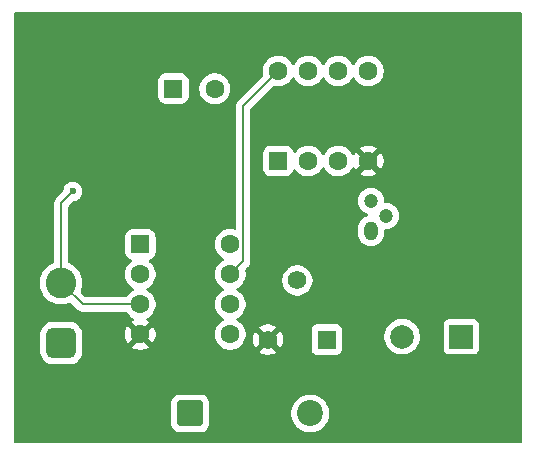
<source format=gbr>
%TF.GenerationSoftware,KiCad,Pcbnew,9.0.6*%
%TF.CreationDate,2025-12-28T16:01:46+05:30*%
%TF.ProjectId,Temp,54656d70-2e6b-4696-9361-645f70636258,rev?*%
%TF.SameCoordinates,Original*%
%TF.FileFunction,Copper,L2,Bot*%
%TF.FilePolarity,Positive*%
%FSLAX46Y46*%
G04 Gerber Fmt 4.6, Leading zero omitted, Abs format (unit mm)*
G04 Created by KiCad (PCBNEW 9.0.6) date 2025-12-28 16:01:46*
%MOMM*%
%LPD*%
G01*
G04 APERTURE LIST*
G04 Aperture macros list*
%AMRoundRect*
0 Rectangle with rounded corners*
0 $1 Rounding radius*
0 $2 $3 $4 $5 $6 $7 $8 $9 X,Y pos of 4 corners*
0 Add a 4 corners polygon primitive as box body*
4,1,4,$2,$3,$4,$5,$6,$7,$8,$9,$2,$3,0*
0 Add four circle primitives for the rounded corners*
1,1,$1+$1,$2,$3*
1,1,$1+$1,$4,$5*
1,1,$1+$1,$6,$7*
1,1,$1+$1,$8,$9*
0 Add four rect primitives between the rounded corners*
20,1,$1+$1,$2,$3,$4,$5,0*
20,1,$1+$1,$4,$5,$6,$7,0*
20,1,$1+$1,$6,$7,$8,$9,0*
20,1,$1+$1,$8,$9,$2,$3,0*%
G04 Aperture macros list end*
%TA.AperFunction,ComponentPad*%
%ADD10RoundRect,0.650000X0.650000X-0.650000X0.650000X0.650000X-0.650000X0.650000X-0.650000X-0.650000X0*%
%TD*%
%TA.AperFunction,ComponentPad*%
%ADD11C,2.600000*%
%TD*%
%TA.AperFunction,ComponentPad*%
%ADD12RoundRect,0.249999X-0.850001X-0.850001X0.850001X-0.850001X0.850001X0.850001X-0.850001X0.850001X0*%
%TD*%
%TA.AperFunction,ComponentPad*%
%ADD13C,2.200000*%
%TD*%
%TA.AperFunction,ComponentPad*%
%ADD14RoundRect,0.250000X-0.550000X-0.550000X0.550000X-0.550000X0.550000X0.550000X-0.550000X0.550000X0*%
%TD*%
%TA.AperFunction,ComponentPad*%
%ADD15C,1.600000*%
%TD*%
%TA.AperFunction,ComponentPad*%
%ADD16R,2.000000X2.000000*%
%TD*%
%TA.AperFunction,ComponentPad*%
%ADD17C,2.000000*%
%TD*%
%TA.AperFunction,ComponentPad*%
%ADD18R,1.560000X1.560000*%
%TD*%
%TA.AperFunction,ComponentPad*%
%ADD19C,1.560000*%
%TD*%
%TA.AperFunction,ComponentPad*%
%ADD20RoundRect,0.250000X0.550000X-0.550000X0.550000X0.550000X-0.550000X0.550000X-0.550000X-0.550000X0*%
%TD*%
%TA.AperFunction,ComponentPad*%
%ADD21O,1.200000X1.600000*%
%TD*%
%TA.AperFunction,ComponentPad*%
%ADD22C,1.200000*%
%TD*%
%TA.AperFunction,ViaPad*%
%ADD23C,0.600000*%
%TD*%
%TA.AperFunction,Conductor*%
%ADD24C,0.200000*%
%TD*%
G04 APERTURE END LIST*
D10*
%TO.P,TH1,1*%
%TO.N,Vcc*%
X109000000Y-80040000D03*
D11*
%TO.P,TH1,2*%
%TO.N,Temp_V*%
X109000000Y-74960000D03*
%TD*%
D12*
%TO.P,D1,1,K*%
%TO.N,Net-(D1-K)*%
X119920000Y-86000000D03*
D13*
%TO.P,D1,2,A*%
%TO.N,Net-(BZ1--)*%
X130080000Y-86000000D03*
%TD*%
D14*
%TO.P,U1,1,NULL*%
%TO.N,unconnected-(U1-NULL-Pad1)*%
X115695000Y-71690000D03*
D15*
%TO.P,U1,2,-*%
%TO.N,Net-(U1--)*%
X115695000Y-74230000D03*
%TO.P,U1,3,+*%
%TO.N,Temp_V*%
X115695000Y-76770000D03*
%TO.P,U1,4,V-*%
%TO.N,Gnd*%
X115695000Y-79310000D03*
%TO.P,U1,5,NULL*%
%TO.N,unconnected-(U1-NULL-Pad5)*%
X123315000Y-79310000D03*
%TO.P,U1,6*%
%TO.N,Vout*%
X123315000Y-76770000D03*
%TO.P,U1,7,V+*%
%TO.N,Vcc*%
X123315000Y-74230000D03*
%TO.P,U1,8,NC*%
%TO.N,unconnected-(U1-NC-Pad8)*%
X123315000Y-71690000D03*
%TD*%
D14*
%TO.P,C1,1*%
%TO.N,Net-(U1--)*%
X118500000Y-58500000D03*
D15*
%TO.P,C1,2*%
%TO.N,Vout*%
X122000000Y-58500000D03*
%TD*%
D16*
%TO.P,BZ1,1,+*%
%TO.N,Vcc*%
X142870785Y-79500000D03*
D17*
%TO.P,BZ1,2,-*%
%TO.N,Net-(BZ1--)*%
X137870785Y-79500000D03*
%TD*%
D18*
%TO.P,RV1,1,1*%
%TO.N,Vcc*%
X131500000Y-79740000D03*
D19*
%TO.P,RV1,2,2*%
%TO.N,Net-(U2A--)*%
X129000000Y-74740000D03*
%TO.P,RV1,3,3*%
%TO.N,Gnd*%
X126500000Y-79740000D03*
%TD*%
D20*
%TO.P,U2,1*%
%TO.N,Comp_out*%
X127380000Y-64620000D03*
D15*
%TO.P,U2,2,-*%
%TO.N,Net-(U2A--)*%
X129920000Y-64620000D03*
%TO.P,U2,3,+*%
%TO.N,Vout*%
X132460000Y-64620000D03*
%TO.P,U2,4,V-*%
%TO.N,Gnd*%
X135000000Y-64620000D03*
%TO.P,U2,5*%
%TO.N,N/C*%
X135000000Y-57000000D03*
%TO.P,U2,6*%
X132460000Y-57000000D03*
%TO.P,U2,7*%
X129920000Y-57000000D03*
%TO.P,U2,8,V+*%
%TO.N,Vcc*%
X127380000Y-57000000D03*
%TD*%
D21*
%TO.P,Q1,1,C*%
%TO.N,Net-(D1-K)*%
X135221961Y-70548039D03*
D22*
%TO.P,Q1,2,B*%
%TO.N,Net-(Q1-B)*%
X136491961Y-69278039D03*
%TO.P,Q1,3,E*%
%TO.N,Net-(Q1-E)*%
X135221961Y-68008039D03*
%TD*%
D23*
%TO.N,Temp_V*%
X109979000Y-67206527D03*
%TD*%
D24*
%TO.N,Vcc*%
X124416000Y-59964000D02*
X124416000Y-73129000D01*
X124416000Y-73129000D02*
X123315000Y-74230000D01*
X127380000Y-57000000D02*
X124416000Y-59964000D01*
%TO.N,Temp_V*%
X115695000Y-76770000D02*
X110810000Y-76770000D01*
X109000000Y-68185527D02*
X109000000Y-74960000D01*
X110810000Y-76770000D02*
X109000000Y-74960000D01*
X109979000Y-67206527D02*
X109000000Y-68185527D01*
%TD*%
%TA.AperFunction,Conductor*%
%TO.N,Gnd*%
G36*
X147942539Y-52020185D02*
G01*
X147988294Y-52072989D01*
X147999500Y-52124500D01*
X147999500Y-88375500D01*
X147979815Y-88442539D01*
X147927011Y-88488294D01*
X147875500Y-88499500D01*
X105124500Y-88499500D01*
X105057461Y-88479815D01*
X105011706Y-88427011D01*
X105000500Y-88375500D01*
X105000500Y-85099982D01*
X118319500Y-85099982D01*
X118319500Y-86900017D01*
X118330000Y-87002796D01*
X118385185Y-87169332D01*
X118385186Y-87169335D01*
X118477288Y-87318656D01*
X118601344Y-87442712D01*
X118750665Y-87534814D01*
X118917202Y-87589999D01*
X119019990Y-87600500D01*
X119019995Y-87600500D01*
X120820005Y-87600500D01*
X120820010Y-87600500D01*
X120922798Y-87589999D01*
X121089335Y-87534814D01*
X121238656Y-87442712D01*
X121362712Y-87318656D01*
X121454814Y-87169335D01*
X121509999Y-87002798D01*
X121520500Y-86900010D01*
X121520500Y-85874038D01*
X128479500Y-85874038D01*
X128479500Y-86125961D01*
X128518910Y-86374785D01*
X128596760Y-86614383D01*
X128711132Y-86838848D01*
X128859201Y-87042649D01*
X128859205Y-87042654D01*
X129037345Y-87220794D01*
X129037350Y-87220798D01*
X129215117Y-87349952D01*
X129241155Y-87368870D01*
X129384184Y-87441747D01*
X129465616Y-87483239D01*
X129465618Y-87483239D01*
X129465621Y-87483241D01*
X129705215Y-87561090D01*
X129954038Y-87600500D01*
X129954039Y-87600500D01*
X130205961Y-87600500D01*
X130205962Y-87600500D01*
X130454785Y-87561090D01*
X130694379Y-87483241D01*
X130918845Y-87368870D01*
X131122656Y-87220793D01*
X131300793Y-87042656D01*
X131448870Y-86838845D01*
X131563241Y-86614379D01*
X131641090Y-86374785D01*
X131680500Y-86125962D01*
X131680500Y-85874038D01*
X131641090Y-85625215D01*
X131563241Y-85385621D01*
X131563239Y-85385618D01*
X131563239Y-85385616D01*
X131521747Y-85304184D01*
X131448870Y-85161155D01*
X131404425Y-85099982D01*
X131300798Y-84957350D01*
X131300794Y-84957345D01*
X131122654Y-84779205D01*
X131122649Y-84779201D01*
X130918848Y-84631132D01*
X130918847Y-84631131D01*
X130918845Y-84631130D01*
X130848747Y-84595413D01*
X130694383Y-84516760D01*
X130454785Y-84438910D01*
X130205962Y-84399500D01*
X129954038Y-84399500D01*
X129887738Y-84410001D01*
X129705214Y-84438910D01*
X129465616Y-84516760D01*
X129241151Y-84631132D01*
X129037350Y-84779201D01*
X129037345Y-84779205D01*
X128859205Y-84957345D01*
X128859201Y-84957350D01*
X128711132Y-85161151D01*
X128596760Y-85385616D01*
X128518910Y-85625214D01*
X128479500Y-85874038D01*
X121520500Y-85874038D01*
X121520500Y-85099990D01*
X121509999Y-84997202D01*
X121454814Y-84830665D01*
X121362712Y-84681344D01*
X121238656Y-84557288D01*
X121089335Y-84465186D01*
X120922798Y-84410001D01*
X120922796Y-84410000D01*
X120820017Y-84399500D01*
X120820010Y-84399500D01*
X119019990Y-84399500D01*
X119019982Y-84399500D01*
X118917203Y-84410000D01*
X118917202Y-84410001D01*
X118834669Y-84437349D01*
X118750667Y-84465185D01*
X118750662Y-84465187D01*
X118601342Y-84557289D01*
X118477289Y-84681342D01*
X118385187Y-84830662D01*
X118385186Y-84830665D01*
X118330001Y-84997202D01*
X118330001Y-84997203D01*
X118330000Y-84997203D01*
X118319500Y-85099982D01*
X105000500Y-85099982D01*
X105000500Y-79318984D01*
X107199500Y-79318984D01*
X107199500Y-80761015D01*
X107205650Y-80849624D01*
X107205652Y-80849640D01*
X107254465Y-81057176D01*
X107254467Y-81057182D01*
X107254468Y-81057185D01*
X107340591Y-81252237D01*
X107340592Y-81252238D01*
X107461088Y-81428141D01*
X107461093Y-81428147D01*
X107611852Y-81578906D01*
X107611858Y-81578911D01*
X107787763Y-81699409D01*
X107982815Y-81785532D01*
X107982821Y-81785533D01*
X107982823Y-81785534D01*
X108190359Y-81834347D01*
X108190364Y-81834347D01*
X108190370Y-81834349D01*
X108239602Y-81837766D01*
X108278984Y-81840500D01*
X108278988Y-81840500D01*
X109721016Y-81840500D01*
X109756459Y-81838039D01*
X109809630Y-81834349D01*
X109809636Y-81834347D01*
X109809640Y-81834347D01*
X110017176Y-81785534D01*
X110017174Y-81785534D01*
X110017185Y-81785532D01*
X110212237Y-81699409D01*
X110388142Y-81578911D01*
X110538911Y-81428142D01*
X110659409Y-81252237D01*
X110745532Y-81057185D01*
X110776334Y-80926223D01*
X110794347Y-80849640D01*
X110794347Y-80849636D01*
X110794349Y-80849630D01*
X110800408Y-80762335D01*
X110800500Y-80761015D01*
X110800500Y-79318984D01*
X110794349Y-79230375D01*
X110794348Y-79230364D01*
X110745534Y-79022823D01*
X110745532Y-79022817D01*
X110745532Y-79022815D01*
X110659409Y-78827763D01*
X110538911Y-78651858D01*
X110538906Y-78651852D01*
X110388147Y-78501093D01*
X110388141Y-78501088D01*
X110300189Y-78440840D01*
X110212237Y-78380591D01*
X110017185Y-78294468D01*
X110017183Y-78294467D01*
X110017182Y-78294467D01*
X110017176Y-78294465D01*
X109809640Y-78245652D01*
X109809624Y-78245650D01*
X109721016Y-78239500D01*
X109721012Y-78239500D01*
X108278988Y-78239500D01*
X108278984Y-78239500D01*
X108190375Y-78245650D01*
X108190359Y-78245652D01*
X107982823Y-78294465D01*
X107982817Y-78294467D01*
X107787761Y-78380592D01*
X107611858Y-78501088D01*
X107611852Y-78501093D01*
X107461093Y-78651852D01*
X107461088Y-78651858D01*
X107340592Y-78827761D01*
X107340591Y-78827763D01*
X107298097Y-78924003D01*
X107254467Y-79022817D01*
X107254465Y-79022823D01*
X107205652Y-79230359D01*
X107205650Y-79230375D01*
X107199500Y-79318984D01*
X105000500Y-79318984D01*
X105000500Y-74841995D01*
X107199500Y-74841995D01*
X107199500Y-75078004D01*
X107199501Y-75078020D01*
X107230306Y-75312010D01*
X107291394Y-75539993D01*
X107381714Y-75758045D01*
X107381719Y-75758056D01*
X107452677Y-75880957D01*
X107499727Y-75962450D01*
X107499729Y-75962453D01*
X107499730Y-75962454D01*
X107643406Y-76149697D01*
X107643412Y-76149704D01*
X107810295Y-76316587D01*
X107810301Y-76316592D01*
X107997550Y-76460273D01*
X108128918Y-76536118D01*
X108201943Y-76578280D01*
X108201948Y-76578282D01*
X108201951Y-76578284D01*
X108420007Y-76668606D01*
X108647986Y-76729693D01*
X108881989Y-76760500D01*
X108881996Y-76760500D01*
X109118004Y-76760500D01*
X109118011Y-76760500D01*
X109352014Y-76729693D01*
X109579993Y-76668606D01*
X109700998Y-76618483D01*
X109770462Y-76611015D01*
X109832942Y-76642289D01*
X109836128Y-76645364D01*
X110441284Y-77250520D01*
X110441286Y-77250521D01*
X110441290Y-77250524D01*
X110578209Y-77329573D01*
X110578216Y-77329577D01*
X110730943Y-77370501D01*
X110730945Y-77370501D01*
X110896654Y-77370501D01*
X110896670Y-77370500D01*
X114465398Y-77370500D01*
X114532437Y-77390185D01*
X114575883Y-77438205D01*
X114582715Y-77451614D01*
X114703028Y-77617213D01*
X114847786Y-77761971D01*
X115013385Y-77882284D01*
X115013387Y-77882285D01*
X115013390Y-77882287D01*
X115106080Y-77929515D01*
X115106630Y-77929795D01*
X115157426Y-77977770D01*
X115174221Y-78045591D01*
X115151684Y-78111725D01*
X115106630Y-78150765D01*
X115013644Y-78198143D01*
X114969077Y-78230523D01*
X114969077Y-78230524D01*
X115648554Y-78910000D01*
X115642339Y-78910000D01*
X115540606Y-78937259D01*
X115449394Y-78989920D01*
X115374920Y-79064394D01*
X115322259Y-79155606D01*
X115295000Y-79257339D01*
X115295000Y-79263553D01*
X114615524Y-78584077D01*
X114615523Y-78584077D01*
X114583143Y-78628644D01*
X114490244Y-78810968D01*
X114427009Y-79005582D01*
X114395000Y-79207682D01*
X114395000Y-79412317D01*
X114427009Y-79614417D01*
X114490244Y-79809031D01*
X114583141Y-79991350D01*
X114583147Y-79991359D01*
X114615523Y-80035921D01*
X114615524Y-80035922D01*
X115295000Y-79356446D01*
X115295000Y-79362661D01*
X115322259Y-79464394D01*
X115374920Y-79555606D01*
X115449394Y-79630080D01*
X115540606Y-79682741D01*
X115642339Y-79710000D01*
X115648553Y-79710000D01*
X114969076Y-80389474D01*
X115013650Y-80421859D01*
X115195968Y-80514755D01*
X115390582Y-80577990D01*
X115592683Y-80610000D01*
X115797317Y-80610000D01*
X115999417Y-80577990D01*
X116194031Y-80514755D01*
X116376349Y-80421859D01*
X116420921Y-80389474D01*
X115741447Y-79710000D01*
X115747661Y-79710000D01*
X115849394Y-79682741D01*
X115940606Y-79630080D01*
X116015080Y-79555606D01*
X116067741Y-79464394D01*
X116095000Y-79362661D01*
X116095000Y-79356447D01*
X116774474Y-80035921D01*
X116806859Y-79991349D01*
X116899755Y-79809031D01*
X116962990Y-79614417D01*
X116995000Y-79412317D01*
X116995000Y-79207682D01*
X116962990Y-79005582D01*
X116899755Y-78810968D01*
X116806859Y-78628650D01*
X116774474Y-78584077D01*
X116774474Y-78584076D01*
X116095000Y-79263551D01*
X116095000Y-79257339D01*
X116067741Y-79155606D01*
X116015080Y-79064394D01*
X115940606Y-78989920D01*
X115849394Y-78937259D01*
X115747661Y-78910000D01*
X115741446Y-78910000D01*
X116420922Y-78230524D01*
X116420921Y-78230523D01*
X116376359Y-78198147D01*
X116376350Y-78198141D01*
X116283369Y-78150765D01*
X116232573Y-78102790D01*
X116215778Y-78034969D01*
X116238315Y-77968835D01*
X116283370Y-77929795D01*
X116283920Y-77929515D01*
X116376610Y-77882287D01*
X116426144Y-77846298D01*
X116542213Y-77761971D01*
X116542215Y-77761968D01*
X116542219Y-77761966D01*
X116686966Y-77617219D01*
X116686968Y-77617215D01*
X116686971Y-77617213D01*
X116739732Y-77544590D01*
X116807287Y-77451610D01*
X116900220Y-77269219D01*
X116963477Y-77074534D01*
X116995500Y-76872352D01*
X116995500Y-76667648D01*
X116963477Y-76465466D01*
X116961788Y-76460269D01*
X116900218Y-76270776D01*
X116866503Y-76204607D01*
X116807287Y-76088390D01*
X116799556Y-76077749D01*
X116686971Y-75922786D01*
X116542213Y-75778028D01*
X116376614Y-75657715D01*
X116370006Y-75654348D01*
X116283917Y-75610483D01*
X116233123Y-75562511D01*
X116216328Y-75494690D01*
X116238865Y-75428555D01*
X116283917Y-75389516D01*
X116376610Y-75342287D01*
X116529039Y-75231542D01*
X116542213Y-75221971D01*
X116542215Y-75221968D01*
X116542219Y-75221966D01*
X116686966Y-75077219D01*
X116686968Y-75077215D01*
X116686971Y-75077213D01*
X116739732Y-75004590D01*
X116807287Y-74911610D01*
X116900220Y-74729219D01*
X116963477Y-74534534D01*
X116995500Y-74332352D01*
X116995500Y-74127648D01*
X116963477Y-73925465D01*
X116927068Y-73813410D01*
X116900220Y-73730781D01*
X116900218Y-73730778D01*
X116900218Y-73730776D01*
X116866503Y-73664607D01*
X116807287Y-73548390D01*
X116770471Y-73497717D01*
X116686969Y-73382784D01*
X116542219Y-73238034D01*
X116464348Y-73181458D01*
X116448547Y-73169978D01*
X116405882Y-73114649D01*
X116399903Y-73045036D01*
X116432508Y-72983240D01*
X116482426Y-72951955D01*
X116564334Y-72924814D01*
X116713656Y-72832712D01*
X116837712Y-72708656D01*
X116929814Y-72559334D01*
X116984999Y-72392797D01*
X116995500Y-72290009D01*
X116995499Y-71587648D01*
X122014500Y-71587648D01*
X122014500Y-71792351D01*
X122046522Y-71994534D01*
X122109781Y-72189223D01*
X122202715Y-72371613D01*
X122323028Y-72537213D01*
X122467786Y-72681971D01*
X122622749Y-72794556D01*
X122633390Y-72802287D01*
X122724840Y-72848883D01*
X122726080Y-72849515D01*
X122776876Y-72897490D01*
X122793671Y-72965311D01*
X122771134Y-73031446D01*
X122726080Y-73070485D01*
X122633386Y-73117715D01*
X122467786Y-73238028D01*
X122467782Y-73238032D01*
X122323034Y-73382781D01*
X122323031Y-73382784D01*
X122202715Y-73548386D01*
X122109781Y-73730776D01*
X122046522Y-73925465D01*
X122014500Y-74127648D01*
X122014500Y-74332351D01*
X122046522Y-74534534D01*
X122109781Y-74729223D01*
X122202715Y-74911613D01*
X122323028Y-75077213D01*
X122467786Y-75221971D01*
X122591717Y-75312010D01*
X122633390Y-75342287D01*
X122724840Y-75388883D01*
X122726080Y-75389515D01*
X122776876Y-75437490D01*
X122793671Y-75505311D01*
X122771134Y-75571446D01*
X122726080Y-75610485D01*
X122633386Y-75657715D01*
X122467786Y-75778028D01*
X122323028Y-75922786D01*
X122202715Y-76088386D01*
X122109781Y-76270776D01*
X122046522Y-76465465D01*
X122014500Y-76667648D01*
X122014500Y-76872351D01*
X122046522Y-77074534D01*
X122109781Y-77269223D01*
X122202715Y-77451613D01*
X122323028Y-77617213D01*
X122467786Y-77761971D01*
X122622749Y-77874556D01*
X122633390Y-77882287D01*
X122724840Y-77928883D01*
X122726080Y-77929515D01*
X122776876Y-77977490D01*
X122793671Y-78045311D01*
X122771134Y-78111446D01*
X122726080Y-78150485D01*
X122633386Y-78197715D01*
X122467786Y-78318028D01*
X122323028Y-78462786D01*
X122202715Y-78628386D01*
X122109781Y-78810776D01*
X122046522Y-79005465D01*
X122014500Y-79207648D01*
X122014500Y-79412351D01*
X122046522Y-79614534D01*
X122109781Y-79809223D01*
X122172846Y-79932993D01*
X122202585Y-79991359D01*
X122202715Y-79991613D01*
X122323028Y-80157213D01*
X122467786Y-80301971D01*
X122588226Y-80389474D01*
X122633390Y-80422287D01*
X122741771Y-80477510D01*
X122815776Y-80515218D01*
X122815778Y-80515218D01*
X122815781Y-80515220D01*
X122916249Y-80547864D01*
X123010465Y-80578477D01*
X123111557Y-80594488D01*
X123212648Y-80610500D01*
X123212649Y-80610500D01*
X123417351Y-80610500D01*
X123417352Y-80610500D01*
X123619534Y-80578477D01*
X123814219Y-80515220D01*
X123996610Y-80422287D01*
X124089590Y-80354732D01*
X124162213Y-80301971D01*
X124162215Y-80301968D01*
X124162219Y-80301966D01*
X124306966Y-80157219D01*
X124306968Y-80157215D01*
X124306971Y-80157213D01*
X124392322Y-80039735D01*
X124427287Y-79991610D01*
X124520220Y-79809219D01*
X124575442Y-79639262D01*
X125220000Y-79639262D01*
X125220000Y-79840737D01*
X125251518Y-80039735D01*
X125313775Y-80231346D01*
X125313776Y-80231349D01*
X125405248Y-80410869D01*
X125434842Y-80451602D01*
X125434843Y-80451603D01*
X126017037Y-79869409D01*
X126034075Y-79932993D01*
X126099901Y-80047007D01*
X126192993Y-80140099D01*
X126307007Y-80205925D01*
X126370590Y-80222962D01*
X125788395Y-80805155D01*
X125829133Y-80834753D01*
X126008650Y-80926223D01*
X126008653Y-80926224D01*
X126200264Y-80988481D01*
X126399263Y-81020000D01*
X126600737Y-81020000D01*
X126799735Y-80988481D01*
X126991346Y-80926224D01*
X126991349Y-80926223D01*
X127170866Y-80834753D01*
X127211602Y-80805156D01*
X127211602Y-80805155D01*
X126629409Y-80222962D01*
X126692993Y-80205925D01*
X126807007Y-80140099D01*
X126900099Y-80047007D01*
X126965925Y-79932993D01*
X126982962Y-79869409D01*
X127565155Y-80451602D01*
X127565156Y-80451602D01*
X127594753Y-80410866D01*
X127686223Y-80231349D01*
X127686224Y-80231346D01*
X127748481Y-80039735D01*
X127780000Y-79840737D01*
X127780000Y-79639262D01*
X127748481Y-79440264D01*
X127686224Y-79248653D01*
X127686223Y-79248650D01*
X127594753Y-79069133D01*
X127565155Y-79028396D01*
X127565155Y-79028395D01*
X126982962Y-79610589D01*
X126965925Y-79547007D01*
X126900099Y-79432993D01*
X126807007Y-79339901D01*
X126692993Y-79274075D01*
X126629408Y-79257037D01*
X126974311Y-78912135D01*
X130219500Y-78912135D01*
X130219500Y-80567870D01*
X130219501Y-80567876D01*
X130225908Y-80627483D01*
X130276202Y-80762328D01*
X130276206Y-80762335D01*
X130362452Y-80877544D01*
X130362455Y-80877547D01*
X130477664Y-80963793D01*
X130477671Y-80963797D01*
X130612517Y-81014091D01*
X130612516Y-81014091D01*
X130619444Y-81014835D01*
X130672127Y-81020500D01*
X132327872Y-81020499D01*
X132387483Y-81014091D01*
X132522331Y-80963796D01*
X132637546Y-80877546D01*
X132723796Y-80762331D01*
X132774091Y-80627483D01*
X132780500Y-80567873D01*
X132780499Y-79381902D01*
X136370285Y-79381902D01*
X136370285Y-79618097D01*
X136407231Y-79851368D01*
X136480218Y-80075996D01*
X136521601Y-80157213D01*
X136587442Y-80286433D01*
X136726268Y-80477510D01*
X136893275Y-80644517D01*
X137084352Y-80783343D01*
X137183776Y-80834002D01*
X137294788Y-80890566D01*
X137294790Y-80890566D01*
X137294793Y-80890568D01*
X137404531Y-80926224D01*
X137519416Y-80963553D01*
X137752688Y-81000500D01*
X137752693Y-81000500D01*
X137988882Y-81000500D01*
X138222153Y-80963553D01*
X138446777Y-80890568D01*
X138657218Y-80783343D01*
X138848295Y-80644517D01*
X139015302Y-80477510D01*
X139154128Y-80286433D01*
X139261353Y-80075992D01*
X139334338Y-79851368D01*
X139341014Y-79809219D01*
X139371285Y-79618097D01*
X139371285Y-79381902D01*
X139334338Y-79148631D01*
X139295271Y-79028396D01*
X139261353Y-78924008D01*
X139261351Y-78924005D01*
X139261351Y-78924003D01*
X139187161Y-78778398D01*
X139154128Y-78713567D01*
X139015302Y-78522490D01*
X138944947Y-78452135D01*
X141370285Y-78452135D01*
X141370285Y-80547870D01*
X141370286Y-80547876D01*
X141376693Y-80607483D01*
X141426987Y-80742328D01*
X141426991Y-80742335D01*
X141513237Y-80857544D01*
X141513240Y-80857547D01*
X141628449Y-80943793D01*
X141628456Y-80943797D01*
X141763302Y-80994091D01*
X141763301Y-80994091D01*
X141770229Y-80994835D01*
X141822912Y-81000500D01*
X143918657Y-81000499D01*
X143978268Y-80994091D01*
X144113116Y-80943796D01*
X144228331Y-80857546D01*
X144314581Y-80742331D01*
X144364876Y-80607483D01*
X144371285Y-80547873D01*
X144371284Y-78452128D01*
X144364876Y-78392517D01*
X144360428Y-78380592D01*
X144314582Y-78257671D01*
X144314578Y-78257664D01*
X144228332Y-78142455D01*
X144228329Y-78142452D01*
X144113120Y-78056206D01*
X144113113Y-78056202D01*
X143978267Y-78005908D01*
X143978268Y-78005908D01*
X143918668Y-77999501D01*
X143918666Y-77999500D01*
X143918658Y-77999500D01*
X143918649Y-77999500D01*
X141822914Y-77999500D01*
X141822908Y-77999501D01*
X141763301Y-78005908D01*
X141628456Y-78056202D01*
X141628449Y-78056206D01*
X141513240Y-78142452D01*
X141513237Y-78142455D01*
X141426991Y-78257664D01*
X141426987Y-78257671D01*
X141376693Y-78392517D01*
X141370286Y-78452116D01*
X141370286Y-78452123D01*
X141370285Y-78452135D01*
X138944947Y-78452135D01*
X138848295Y-78355483D01*
X138657218Y-78216657D01*
X138620890Y-78198147D01*
X138446781Y-78109433D01*
X138222153Y-78036446D01*
X137988882Y-77999500D01*
X137988877Y-77999500D01*
X137752693Y-77999500D01*
X137752688Y-77999500D01*
X137519416Y-78036446D01*
X137294788Y-78109433D01*
X137084351Y-78216657D01*
X137027904Y-78257669D01*
X136893275Y-78355483D01*
X136893273Y-78355485D01*
X136893272Y-78355485D01*
X136726270Y-78522487D01*
X136726270Y-78522488D01*
X136726268Y-78522490D01*
X136681523Y-78584076D01*
X136587442Y-78713566D01*
X136480218Y-78924003D01*
X136407231Y-79148631D01*
X136370285Y-79381902D01*
X132780499Y-79381902D01*
X132780499Y-78912128D01*
X132774091Y-78852517D01*
X132764858Y-78827763D01*
X132723797Y-78717671D01*
X132723793Y-78717664D01*
X132637547Y-78602455D01*
X132637544Y-78602452D01*
X132522335Y-78516206D01*
X132522328Y-78516202D01*
X132387482Y-78465908D01*
X132387483Y-78465908D01*
X132327883Y-78459501D01*
X132327881Y-78459500D01*
X132327873Y-78459500D01*
X132327864Y-78459500D01*
X130672129Y-78459500D01*
X130672123Y-78459501D01*
X130612516Y-78465908D01*
X130477671Y-78516202D01*
X130477664Y-78516206D01*
X130362455Y-78602452D01*
X130362452Y-78602455D01*
X130276206Y-78717664D01*
X130276202Y-78717671D01*
X130225908Y-78852517D01*
X130219501Y-78912116D01*
X130219501Y-78912123D01*
X130219500Y-78912135D01*
X126974311Y-78912135D01*
X127211603Y-78674843D01*
X127211602Y-78674842D01*
X127170869Y-78645248D01*
X126991349Y-78553776D01*
X126991346Y-78553775D01*
X126799735Y-78491518D01*
X126600737Y-78460000D01*
X126399263Y-78460000D01*
X126200264Y-78491518D01*
X126008653Y-78553775D01*
X126008650Y-78553776D01*
X125829135Y-78645245D01*
X125829133Y-78645246D01*
X125788396Y-78674842D01*
X125788396Y-78674843D01*
X126370591Y-79257037D01*
X126307007Y-79274075D01*
X126192993Y-79339901D01*
X126099901Y-79432993D01*
X126034075Y-79547007D01*
X126017037Y-79610590D01*
X125434843Y-79028396D01*
X125434842Y-79028396D01*
X125405246Y-79069133D01*
X125405245Y-79069135D01*
X125313776Y-79248650D01*
X125313775Y-79248653D01*
X125251518Y-79440264D01*
X125220000Y-79639262D01*
X124575442Y-79639262D01*
X124583477Y-79614534D01*
X124592811Y-79555606D01*
X124615500Y-79412351D01*
X124615500Y-79207648D01*
X124583477Y-79005465D01*
X124533781Y-78852517D01*
X124520220Y-78810781D01*
X124520218Y-78810778D01*
X124520217Y-78810773D01*
X124503721Y-78778398D01*
X124503720Y-78778397D01*
X124450956Y-78674843D01*
X124427287Y-78628390D01*
X124395092Y-78584077D01*
X124306971Y-78462786D01*
X124162213Y-78318028D01*
X123996614Y-78197715D01*
X123990006Y-78194348D01*
X123903917Y-78150483D01*
X123853123Y-78102511D01*
X123836328Y-78034690D01*
X123858865Y-77968555D01*
X123903917Y-77929516D01*
X123996610Y-77882287D01*
X124017770Y-77866913D01*
X124162213Y-77761971D01*
X124162215Y-77761968D01*
X124162219Y-77761966D01*
X124306966Y-77617219D01*
X124306968Y-77617215D01*
X124306971Y-77617213D01*
X124359732Y-77544590D01*
X124427287Y-77451610D01*
X124520220Y-77269219D01*
X124583477Y-77074534D01*
X124615500Y-76872352D01*
X124615500Y-76667648D01*
X124583477Y-76465466D01*
X124581788Y-76460269D01*
X124520218Y-76270776D01*
X124486503Y-76204607D01*
X124427287Y-76088390D01*
X124419556Y-76077749D01*
X124306971Y-75922786D01*
X124162213Y-75778028D01*
X123996614Y-75657715D01*
X123990006Y-75654348D01*
X123903917Y-75610483D01*
X123853123Y-75562511D01*
X123836328Y-75494690D01*
X123858865Y-75428555D01*
X123903917Y-75389516D01*
X123996610Y-75342287D01*
X124149039Y-75231542D01*
X124162213Y-75221971D01*
X124162215Y-75221968D01*
X124162219Y-75221966D01*
X124306966Y-75077219D01*
X124306968Y-75077215D01*
X124306971Y-75077213D01*
X124359732Y-75004590D01*
X124427287Y-74911610D01*
X124520220Y-74729219D01*
X124549464Y-74639216D01*
X127719500Y-74639216D01*
X127719500Y-74840783D01*
X127751030Y-75039852D01*
X127813312Y-75231539D01*
X127813314Y-75231542D01*
X127904818Y-75411129D01*
X128023289Y-75574190D01*
X128165810Y-75716711D01*
X128328871Y-75835182D01*
X128500794Y-75922781D01*
X128508460Y-75926687D01*
X128604303Y-75957828D01*
X128700149Y-75988970D01*
X128792348Y-76003572D01*
X128899217Y-76020500D01*
X128899222Y-76020500D01*
X129100783Y-76020500D01*
X129197289Y-76005214D01*
X129299851Y-75988970D01*
X129491542Y-75926686D01*
X129671129Y-75835182D01*
X129834190Y-75716711D01*
X129976711Y-75574190D01*
X130095182Y-75411129D01*
X130186686Y-75231542D01*
X130248970Y-75039851D01*
X130269281Y-74911613D01*
X130280500Y-74840783D01*
X130280500Y-74639216D01*
X130262156Y-74523408D01*
X130248970Y-74440149D01*
X130186686Y-74248458D01*
X130095182Y-74068871D01*
X129976711Y-73905810D01*
X129834190Y-73763289D01*
X129671129Y-73644818D01*
X129589865Y-73603412D01*
X129491539Y-73553312D01*
X129299852Y-73491030D01*
X129100783Y-73459500D01*
X129100778Y-73459500D01*
X128899222Y-73459500D01*
X128899217Y-73459500D01*
X128700147Y-73491030D01*
X128508460Y-73553312D01*
X128328870Y-73644818D01*
X128235838Y-73712410D01*
X128165810Y-73763289D01*
X128165808Y-73763291D01*
X128165807Y-73763291D01*
X128023291Y-73905807D01*
X128023291Y-73905808D01*
X128023289Y-73905810D01*
X128009009Y-73925465D01*
X127904818Y-74068870D01*
X127813312Y-74248460D01*
X127751030Y-74440147D01*
X127719500Y-74639216D01*
X124549464Y-74639216D01*
X124583477Y-74534534D01*
X124615500Y-74332352D01*
X124615500Y-74127648D01*
X124583478Y-73925472D01*
X124583477Y-73925471D01*
X124583477Y-73925466D01*
X124578825Y-73911151D01*
X124578391Y-73895940D01*
X124573074Y-73881683D01*
X124577414Y-73861728D01*
X124576832Y-73841312D01*
X124584920Y-73827225D01*
X124587926Y-73813410D01*
X124609074Y-73785159D01*
X124774506Y-73619728D01*
X124774511Y-73619724D01*
X124784714Y-73609520D01*
X124784716Y-73609520D01*
X124896520Y-73497716D01*
X124962877Y-73382781D01*
X124975577Y-73360785D01*
X125016500Y-73208057D01*
X125016500Y-73049943D01*
X125016500Y-67921428D01*
X134121461Y-67921428D01*
X134121461Y-68094650D01*
X134129638Y-68146278D01*
X134147359Y-68258167D01*
X134148559Y-68265740D01*
X134202088Y-68430484D01*
X134280729Y-68584827D01*
X134382547Y-68724967D01*
X134505033Y-68847453D01*
X134645173Y-68949271D01*
X134799516Y-69027912D01*
X134898605Y-69060108D01*
X134956281Y-69099546D01*
X134983479Y-69163904D01*
X134971564Y-69232751D01*
X134924320Y-69284226D01*
X134898606Y-69295969D01*
X134799516Y-69328166D01*
X134799513Y-69328167D01*
X134645172Y-69406807D01*
X134565217Y-69464898D01*
X134505033Y-69508625D01*
X134505031Y-69508627D01*
X134505030Y-69508627D01*
X134382549Y-69631108D01*
X134382549Y-69631109D01*
X134382547Y-69631111D01*
X134338820Y-69691295D01*
X134280729Y-69771250D01*
X134202089Y-69925591D01*
X134148558Y-70090341D01*
X134121461Y-70261428D01*
X134121461Y-70834649D01*
X134145622Y-70987200D01*
X134148559Y-71005740D01*
X134202088Y-71170484D01*
X134280729Y-71324827D01*
X134382547Y-71464967D01*
X134505033Y-71587453D01*
X134645173Y-71689271D01*
X134799516Y-71767912D01*
X134964260Y-71821441D01*
X135135350Y-71848539D01*
X135135351Y-71848539D01*
X135308571Y-71848539D01*
X135308572Y-71848539D01*
X135479662Y-71821441D01*
X135644406Y-71767912D01*
X135798749Y-71689271D01*
X135938889Y-71587453D01*
X136061375Y-71464967D01*
X136163193Y-71324827D01*
X136241834Y-71170484D01*
X136295363Y-71005740D01*
X136322461Y-70834650D01*
X136322461Y-70502539D01*
X136342146Y-70435500D01*
X136394950Y-70389745D01*
X136446461Y-70378539D01*
X136578571Y-70378539D01*
X136578572Y-70378539D01*
X136749662Y-70351441D01*
X136914406Y-70297912D01*
X137068749Y-70219271D01*
X137208889Y-70117453D01*
X137331375Y-69994967D01*
X137433193Y-69854827D01*
X137511834Y-69700484D01*
X137565363Y-69535740D01*
X137592461Y-69364650D01*
X137592461Y-69191428D01*
X137565363Y-69020338D01*
X137511834Y-68855594D01*
X137433193Y-68701251D01*
X137331375Y-68561111D01*
X137208889Y-68438625D01*
X137068749Y-68336807D01*
X136914406Y-68258166D01*
X136749662Y-68204637D01*
X136749660Y-68204636D01*
X136749659Y-68204636D01*
X136618232Y-68183820D01*
X136578572Y-68177539D01*
X136446461Y-68177539D01*
X136379422Y-68157854D01*
X136333667Y-68105050D01*
X136322461Y-68053539D01*
X136322461Y-67921428D01*
X136319641Y-67903621D01*
X136295363Y-67750338D01*
X136241834Y-67585594D01*
X136163193Y-67431251D01*
X136061375Y-67291111D01*
X135938889Y-67168625D01*
X135798749Y-67066807D01*
X135644406Y-66988166D01*
X135479662Y-66934637D01*
X135479660Y-66934636D01*
X135479659Y-66934636D01*
X135348232Y-66913820D01*
X135308572Y-66907539D01*
X135135350Y-66907539D01*
X135095689Y-66913820D01*
X134964263Y-66934636D01*
X134799513Y-66988167D01*
X134645172Y-67066807D01*
X134565217Y-67124898D01*
X134505033Y-67168625D01*
X134505031Y-67168627D01*
X134505030Y-67168627D01*
X134382549Y-67291108D01*
X134382549Y-67291109D01*
X134382547Y-67291111D01*
X134338820Y-67351295D01*
X134280729Y-67431250D01*
X134202089Y-67585591D01*
X134148558Y-67750341D01*
X134136209Y-67828313D01*
X134121461Y-67921428D01*
X125016500Y-67921428D01*
X125016500Y-64019983D01*
X126079500Y-64019983D01*
X126079500Y-65220001D01*
X126079501Y-65220018D01*
X126090000Y-65322796D01*
X126090001Y-65322799D01*
X126106818Y-65373548D01*
X126145186Y-65489334D01*
X126237288Y-65638656D01*
X126361344Y-65762712D01*
X126510666Y-65854814D01*
X126677203Y-65909999D01*
X126779991Y-65920500D01*
X127980008Y-65920499D01*
X128082797Y-65909999D01*
X128249334Y-65854814D01*
X128398656Y-65762712D01*
X128522712Y-65638656D01*
X128614814Y-65489334D01*
X128641955Y-65407427D01*
X128681726Y-65349984D01*
X128746242Y-65323161D01*
X128815018Y-65335476D01*
X128859977Y-65373547D01*
X128928030Y-65467213D01*
X128928034Y-65467219D01*
X129072786Y-65611971D01*
X129193226Y-65699474D01*
X129238390Y-65732287D01*
X129354607Y-65791503D01*
X129420776Y-65825218D01*
X129420778Y-65825218D01*
X129420781Y-65825220D01*
X129511856Y-65854812D01*
X129615465Y-65888477D01*
X129716557Y-65904488D01*
X129817648Y-65920500D01*
X129817649Y-65920500D01*
X130022351Y-65920500D01*
X130022352Y-65920500D01*
X130224534Y-65888477D01*
X130419219Y-65825220D01*
X130601610Y-65732287D01*
X130730482Y-65638657D01*
X130767213Y-65611971D01*
X130767215Y-65611968D01*
X130767219Y-65611966D01*
X130911966Y-65467219D01*
X130911968Y-65467215D01*
X130911971Y-65467213D01*
X131032284Y-65301614D01*
X131032286Y-65301611D01*
X131032287Y-65301610D01*
X131079516Y-65208917D01*
X131127489Y-65158123D01*
X131195310Y-65141328D01*
X131261445Y-65163865D01*
X131300483Y-65208917D01*
X131306140Y-65220018D01*
X131347715Y-65301614D01*
X131468028Y-65467213D01*
X131612786Y-65611971D01*
X131733226Y-65699474D01*
X131778390Y-65732287D01*
X131894607Y-65791503D01*
X131960776Y-65825218D01*
X131960778Y-65825218D01*
X131960781Y-65825220D01*
X132051856Y-65854812D01*
X132155465Y-65888477D01*
X132256557Y-65904488D01*
X132357648Y-65920500D01*
X132357649Y-65920500D01*
X132562351Y-65920500D01*
X132562352Y-65920500D01*
X132764534Y-65888477D01*
X132959219Y-65825220D01*
X133141610Y-65732287D01*
X133270482Y-65638657D01*
X133307213Y-65611971D01*
X133307215Y-65611968D01*
X133307219Y-65611966D01*
X133451966Y-65467219D01*
X133451968Y-65467215D01*
X133451971Y-65467213D01*
X133556894Y-65322797D01*
X133572287Y-65301610D01*
X133619795Y-65208369D01*
X133667769Y-65157573D01*
X133735590Y-65140778D01*
X133801725Y-65163315D01*
X133840765Y-65208369D01*
X133888141Y-65301350D01*
X133888147Y-65301359D01*
X133920523Y-65345921D01*
X133920524Y-65345922D01*
X134600000Y-64666446D01*
X134600000Y-64672661D01*
X134627259Y-64774394D01*
X134679920Y-64865606D01*
X134754394Y-64940080D01*
X134845606Y-64992741D01*
X134947339Y-65020000D01*
X134953553Y-65020000D01*
X134274076Y-65699474D01*
X134318650Y-65731859D01*
X134500968Y-65824755D01*
X134695582Y-65887990D01*
X134897683Y-65920000D01*
X135102317Y-65920000D01*
X135304417Y-65887990D01*
X135499031Y-65824755D01*
X135681349Y-65731859D01*
X135725921Y-65699474D01*
X135046447Y-65020000D01*
X135052661Y-65020000D01*
X135154394Y-64992741D01*
X135245606Y-64940080D01*
X135320080Y-64865606D01*
X135372741Y-64774394D01*
X135400000Y-64672661D01*
X135400000Y-64666447D01*
X136079474Y-65345921D01*
X136111859Y-65301349D01*
X136204755Y-65119031D01*
X136267990Y-64924417D01*
X136300000Y-64722317D01*
X136300000Y-64517682D01*
X136267990Y-64315582D01*
X136204755Y-64120968D01*
X136111859Y-63938650D01*
X136079474Y-63894077D01*
X136079474Y-63894076D01*
X135400000Y-64573551D01*
X135400000Y-64567339D01*
X135372741Y-64465606D01*
X135320080Y-64374394D01*
X135245606Y-64299920D01*
X135154394Y-64247259D01*
X135052661Y-64220000D01*
X135046446Y-64220000D01*
X135725922Y-63540524D01*
X135725921Y-63540523D01*
X135681359Y-63508147D01*
X135681350Y-63508141D01*
X135499031Y-63415244D01*
X135304417Y-63352009D01*
X135102317Y-63320000D01*
X134897683Y-63320000D01*
X134695582Y-63352009D01*
X134500968Y-63415244D01*
X134318644Y-63508143D01*
X134274077Y-63540523D01*
X134274077Y-63540524D01*
X134953554Y-64220000D01*
X134947339Y-64220000D01*
X134845606Y-64247259D01*
X134754394Y-64299920D01*
X134679920Y-64374394D01*
X134627259Y-64465606D01*
X134600000Y-64567339D01*
X134600000Y-64573553D01*
X133920524Y-63894077D01*
X133920523Y-63894077D01*
X133888143Y-63938644D01*
X133840765Y-64031630D01*
X133792790Y-64082426D01*
X133724969Y-64099221D01*
X133658834Y-64076683D01*
X133619795Y-64031630D01*
X133572284Y-63938385D01*
X133451971Y-63772786D01*
X133307213Y-63628028D01*
X133141613Y-63507715D01*
X133141612Y-63507714D01*
X133141610Y-63507713D01*
X133081898Y-63477288D01*
X132959223Y-63414781D01*
X132764534Y-63351522D01*
X132589995Y-63323878D01*
X132562352Y-63319500D01*
X132357648Y-63319500D01*
X132333329Y-63323351D01*
X132155465Y-63351522D01*
X131960776Y-63414781D01*
X131778386Y-63507715D01*
X131612786Y-63628028D01*
X131468028Y-63772786D01*
X131347715Y-63938386D01*
X131300485Y-64031080D01*
X131252510Y-64081876D01*
X131184689Y-64098671D01*
X131118554Y-64076134D01*
X131079515Y-64031080D01*
X131032419Y-63938650D01*
X131032287Y-63938390D01*
X131000092Y-63894077D01*
X130911971Y-63772786D01*
X130767213Y-63628028D01*
X130601613Y-63507715D01*
X130601612Y-63507714D01*
X130601610Y-63507713D01*
X130541898Y-63477288D01*
X130419223Y-63414781D01*
X130224534Y-63351522D01*
X130049995Y-63323878D01*
X130022352Y-63319500D01*
X129817648Y-63319500D01*
X129793329Y-63323351D01*
X129615465Y-63351522D01*
X129420776Y-63414781D01*
X129238386Y-63507715D01*
X129072786Y-63628028D01*
X128928032Y-63772782D01*
X128928028Y-63772787D01*
X128859978Y-63866451D01*
X128804648Y-63909117D01*
X128735035Y-63915096D01*
X128673240Y-63882490D01*
X128641954Y-63832570D01*
X128622144Y-63772787D01*
X128614814Y-63750666D01*
X128522712Y-63601344D01*
X128398656Y-63477288D01*
X128249334Y-63385186D01*
X128082797Y-63330001D01*
X128082795Y-63330000D01*
X127980010Y-63319500D01*
X126779998Y-63319500D01*
X126779981Y-63319501D01*
X126677203Y-63330000D01*
X126677200Y-63330001D01*
X126510668Y-63385185D01*
X126510663Y-63385187D01*
X126361342Y-63477289D01*
X126237289Y-63601342D01*
X126145187Y-63750663D01*
X126145186Y-63750666D01*
X126090001Y-63917203D01*
X126090001Y-63917204D01*
X126090000Y-63917204D01*
X126079500Y-64019983D01*
X125016500Y-64019983D01*
X125016500Y-60264096D01*
X125036185Y-60197057D01*
X125052814Y-60176420D01*
X126935158Y-58294075D01*
X126996479Y-58260592D01*
X127061151Y-58263825D01*
X127075466Y-58268477D01*
X127277648Y-58300500D01*
X127277649Y-58300500D01*
X127482351Y-58300500D01*
X127482352Y-58300500D01*
X127684534Y-58268477D01*
X127879219Y-58205220D01*
X128061610Y-58112287D01*
X128154590Y-58044732D01*
X128227213Y-57991971D01*
X128227215Y-57991968D01*
X128227219Y-57991966D01*
X128371966Y-57847219D01*
X128371968Y-57847215D01*
X128371971Y-57847213D01*
X128492284Y-57681614D01*
X128492285Y-57681613D01*
X128492287Y-57681610D01*
X128539516Y-57588917D01*
X128587489Y-57538123D01*
X128655310Y-57521328D01*
X128721445Y-57543865D01*
X128760483Y-57588917D01*
X128804348Y-57675006D01*
X128807715Y-57681614D01*
X128928028Y-57847213D01*
X129072786Y-57991971D01*
X129227749Y-58104556D01*
X129238390Y-58112287D01*
X129354607Y-58171503D01*
X129420776Y-58205218D01*
X129420778Y-58205218D01*
X129420781Y-58205220D01*
X129525137Y-58239127D01*
X129615465Y-58268477D01*
X129716557Y-58284488D01*
X129817648Y-58300500D01*
X129817649Y-58300500D01*
X130022351Y-58300500D01*
X130022352Y-58300500D01*
X130224534Y-58268477D01*
X130419219Y-58205220D01*
X130601610Y-58112287D01*
X130694590Y-58044732D01*
X130767213Y-57991971D01*
X130767215Y-57991968D01*
X130767219Y-57991966D01*
X130911966Y-57847219D01*
X130911968Y-57847215D01*
X130911971Y-57847213D01*
X131032284Y-57681614D01*
X131032285Y-57681613D01*
X131032287Y-57681610D01*
X131079516Y-57588917D01*
X131127489Y-57538123D01*
X131195310Y-57521328D01*
X131261445Y-57543865D01*
X131300483Y-57588917D01*
X131344348Y-57675006D01*
X131347715Y-57681614D01*
X131468028Y-57847213D01*
X131612786Y-57991971D01*
X131767749Y-58104556D01*
X131778390Y-58112287D01*
X131894607Y-58171503D01*
X131960776Y-58205218D01*
X131960778Y-58205218D01*
X131960781Y-58205220D01*
X132065137Y-58239127D01*
X132155465Y-58268477D01*
X132256557Y-58284488D01*
X132357648Y-58300500D01*
X132357649Y-58300500D01*
X132562351Y-58300500D01*
X132562352Y-58300500D01*
X132764534Y-58268477D01*
X132959219Y-58205220D01*
X133141610Y-58112287D01*
X133234590Y-58044732D01*
X133307213Y-57991971D01*
X133307215Y-57991968D01*
X133307219Y-57991966D01*
X133451966Y-57847219D01*
X133451968Y-57847215D01*
X133451971Y-57847213D01*
X133572284Y-57681614D01*
X133572285Y-57681613D01*
X133572287Y-57681610D01*
X133619516Y-57588917D01*
X133667489Y-57538123D01*
X133735310Y-57521328D01*
X133801445Y-57543865D01*
X133840483Y-57588917D01*
X133884348Y-57675006D01*
X133887715Y-57681614D01*
X134008028Y-57847213D01*
X134152786Y-57991971D01*
X134307749Y-58104556D01*
X134318390Y-58112287D01*
X134434607Y-58171503D01*
X134500776Y-58205218D01*
X134500778Y-58205218D01*
X134500781Y-58205220D01*
X134605137Y-58239127D01*
X134695465Y-58268477D01*
X134796557Y-58284488D01*
X134897648Y-58300500D01*
X134897649Y-58300500D01*
X135102351Y-58300500D01*
X135102352Y-58300500D01*
X135304534Y-58268477D01*
X135499219Y-58205220D01*
X135681610Y-58112287D01*
X135774590Y-58044732D01*
X135847213Y-57991971D01*
X135847215Y-57991968D01*
X135847219Y-57991966D01*
X135991966Y-57847219D01*
X135991968Y-57847215D01*
X135991971Y-57847213D01*
X136044732Y-57774590D01*
X136112287Y-57681610D01*
X136205220Y-57499219D01*
X136268477Y-57304534D01*
X136300500Y-57102352D01*
X136300500Y-56897648D01*
X136268477Y-56695466D01*
X136205220Y-56500781D01*
X136205218Y-56500778D01*
X136205218Y-56500776D01*
X136159515Y-56411080D01*
X136112287Y-56318390D01*
X136104556Y-56307749D01*
X135991971Y-56152786D01*
X135847213Y-56008028D01*
X135681613Y-55887715D01*
X135681612Y-55887714D01*
X135681610Y-55887713D01*
X135624653Y-55858691D01*
X135499223Y-55794781D01*
X135304534Y-55731522D01*
X135129995Y-55703878D01*
X135102352Y-55699500D01*
X134897648Y-55699500D01*
X134873329Y-55703351D01*
X134695465Y-55731522D01*
X134500776Y-55794781D01*
X134318386Y-55887715D01*
X134152786Y-56008028D01*
X134008028Y-56152786D01*
X133887715Y-56318386D01*
X133840485Y-56411080D01*
X133792510Y-56461876D01*
X133724689Y-56478671D01*
X133658554Y-56456134D01*
X133619515Y-56411080D01*
X133618883Y-56409840D01*
X133572287Y-56318390D01*
X133564556Y-56307749D01*
X133451971Y-56152786D01*
X133307213Y-56008028D01*
X133141613Y-55887715D01*
X133141612Y-55887714D01*
X133141610Y-55887713D01*
X133084653Y-55858691D01*
X132959223Y-55794781D01*
X132764534Y-55731522D01*
X132589995Y-55703878D01*
X132562352Y-55699500D01*
X132357648Y-55699500D01*
X132333329Y-55703351D01*
X132155465Y-55731522D01*
X131960776Y-55794781D01*
X131778386Y-55887715D01*
X131612786Y-56008028D01*
X131468028Y-56152786D01*
X131347715Y-56318386D01*
X131300485Y-56411080D01*
X131252510Y-56461876D01*
X131184689Y-56478671D01*
X131118554Y-56456134D01*
X131079515Y-56411080D01*
X131078883Y-56409840D01*
X131032287Y-56318390D01*
X131024556Y-56307749D01*
X130911971Y-56152786D01*
X130767213Y-56008028D01*
X130601613Y-55887715D01*
X130601612Y-55887714D01*
X130601610Y-55887713D01*
X130544653Y-55858691D01*
X130419223Y-55794781D01*
X130224534Y-55731522D01*
X130049995Y-55703878D01*
X130022352Y-55699500D01*
X129817648Y-55699500D01*
X129793329Y-55703351D01*
X129615465Y-55731522D01*
X129420776Y-55794781D01*
X129238386Y-55887715D01*
X129072786Y-56008028D01*
X128928028Y-56152786D01*
X128807715Y-56318386D01*
X128760485Y-56411080D01*
X128712510Y-56461876D01*
X128644689Y-56478671D01*
X128578554Y-56456134D01*
X128539515Y-56411080D01*
X128538883Y-56409840D01*
X128492287Y-56318390D01*
X128484556Y-56307749D01*
X128371971Y-56152786D01*
X128227213Y-56008028D01*
X128061613Y-55887715D01*
X128061612Y-55887714D01*
X128061610Y-55887713D01*
X128004653Y-55858691D01*
X127879223Y-55794781D01*
X127684534Y-55731522D01*
X127509995Y-55703878D01*
X127482352Y-55699500D01*
X127277648Y-55699500D01*
X127253329Y-55703351D01*
X127075465Y-55731522D01*
X126880776Y-55794781D01*
X126698386Y-55887715D01*
X126532786Y-56008028D01*
X126388028Y-56152786D01*
X126267715Y-56318386D01*
X126174781Y-56500776D01*
X126111522Y-56695465D01*
X126079500Y-56897648D01*
X126079500Y-57102351D01*
X126111522Y-57304534D01*
X126116173Y-57318848D01*
X126118165Y-57388690D01*
X126085921Y-57444842D01*
X124050599Y-59480164D01*
X124050592Y-59480171D01*
X124047286Y-59483478D01*
X124047284Y-59483480D01*
X123935480Y-59595284D01*
X123908098Y-59642712D01*
X123856423Y-59732215D01*
X123815499Y-59884943D01*
X123815499Y-59884945D01*
X123815499Y-60053046D01*
X123815500Y-60053059D01*
X123815500Y-70314524D01*
X123795815Y-70381563D01*
X123743011Y-70427318D01*
X123673853Y-70437262D01*
X123653183Y-70432455D01*
X123619542Y-70421524D01*
X123619535Y-70421523D01*
X123518443Y-70405511D01*
X123417352Y-70389500D01*
X123212648Y-70389500D01*
X123188329Y-70393351D01*
X123010465Y-70421522D01*
X122815776Y-70484781D01*
X122633386Y-70577715D01*
X122467786Y-70698028D01*
X122323028Y-70842786D01*
X122202715Y-71008386D01*
X122109781Y-71190776D01*
X122046522Y-71385465D01*
X122014500Y-71587648D01*
X116995499Y-71587648D01*
X116995499Y-71089992D01*
X116984999Y-70987203D01*
X116929814Y-70820666D01*
X116837712Y-70671344D01*
X116713656Y-70547288D01*
X116564334Y-70455186D01*
X116397797Y-70400001D01*
X116397795Y-70400000D01*
X116295010Y-70389500D01*
X115094998Y-70389500D01*
X115094981Y-70389501D01*
X114992203Y-70400000D01*
X114992200Y-70400001D01*
X114825668Y-70455185D01*
X114825663Y-70455187D01*
X114676342Y-70547289D01*
X114552289Y-70671342D01*
X114460187Y-70820663D01*
X114460186Y-70820666D01*
X114405001Y-70987203D01*
X114405001Y-70987204D01*
X114405000Y-70987204D01*
X114394500Y-71089983D01*
X114394500Y-72290001D01*
X114394501Y-72290018D01*
X114405000Y-72392796D01*
X114405001Y-72392799D01*
X114452856Y-72537213D01*
X114460186Y-72559334D01*
X114552288Y-72708656D01*
X114676344Y-72832712D01*
X114825666Y-72924814D01*
X114907570Y-72951954D01*
X114965015Y-72991727D01*
X114991838Y-73056243D01*
X114979523Y-73125018D01*
X114941451Y-73169978D01*
X114847787Y-73238028D01*
X114847782Y-73238032D01*
X114703034Y-73382781D01*
X114703031Y-73382784D01*
X114582715Y-73548386D01*
X114489781Y-73730776D01*
X114426522Y-73925465D01*
X114394500Y-74127648D01*
X114394500Y-74332351D01*
X114426522Y-74534534D01*
X114489781Y-74729223D01*
X114582715Y-74911613D01*
X114703028Y-75077213D01*
X114847786Y-75221971D01*
X114971717Y-75312010D01*
X115013390Y-75342287D01*
X115104840Y-75388883D01*
X115106080Y-75389515D01*
X115156876Y-75437490D01*
X115173671Y-75505311D01*
X115151134Y-75571446D01*
X115106080Y-75610485D01*
X115013386Y-75657715D01*
X114847786Y-75778028D01*
X114703028Y-75922786D01*
X114582715Y-76088385D01*
X114575883Y-76101795D01*
X114527909Y-76152591D01*
X114465398Y-76169500D01*
X111110098Y-76169500D01*
X111043059Y-76149815D01*
X111022417Y-76133181D01*
X110685364Y-75796128D01*
X110651879Y-75734805D01*
X110656863Y-75665113D01*
X110658449Y-75661081D01*
X110708606Y-75539993D01*
X110769693Y-75312014D01*
X110800500Y-75078011D01*
X110800500Y-74841989D01*
X110769693Y-74607986D01*
X110708606Y-74380007D01*
X110618284Y-74161951D01*
X110618282Y-74161948D01*
X110618280Y-74161943D01*
X110564544Y-74068871D01*
X110500273Y-73957550D01*
X110356592Y-73770301D01*
X110356587Y-73770295D01*
X110189704Y-73603412D01*
X110189697Y-73603406D01*
X110002454Y-73459730D01*
X110002453Y-73459729D01*
X110002450Y-73459727D01*
X109920957Y-73412677D01*
X109798056Y-73341719D01*
X109798049Y-73341716D01*
X109677046Y-73291594D01*
X109622643Y-73247752D01*
X109600579Y-73181458D01*
X109600500Y-73177033D01*
X109600500Y-68485624D01*
X109620185Y-68418585D01*
X109636819Y-68397943D01*
X109776596Y-68258166D01*
X109993662Y-68041099D01*
X110054983Y-68007616D01*
X110057150Y-68007165D01*
X110115085Y-67995640D01*
X110212497Y-67976264D01*
X110358179Y-67915921D01*
X110489289Y-67828316D01*
X110600789Y-67716816D01*
X110688394Y-67585706D01*
X110748737Y-67440024D01*
X110779500Y-67285369D01*
X110779500Y-67127685D01*
X110779500Y-67127682D01*
X110779499Y-67127680D01*
X110748737Y-66973030D01*
X110721610Y-66907539D01*
X110688397Y-66827354D01*
X110688390Y-66827341D01*
X110600789Y-66696238D01*
X110600786Y-66696234D01*
X110489292Y-66584740D01*
X110489288Y-66584737D01*
X110358185Y-66497136D01*
X110358172Y-66497129D01*
X110212501Y-66436791D01*
X110212489Y-66436788D01*
X110057845Y-66406027D01*
X110057842Y-66406027D01*
X109900158Y-66406027D01*
X109900155Y-66406027D01*
X109745510Y-66436788D01*
X109745498Y-66436791D01*
X109599827Y-66497129D01*
X109599814Y-66497136D01*
X109468711Y-66584737D01*
X109468707Y-66584740D01*
X109357213Y-66696234D01*
X109357210Y-66696238D01*
X109269609Y-66827341D01*
X109269602Y-66827354D01*
X109209264Y-66973025D01*
X109209261Y-66973035D01*
X109178361Y-67128377D01*
X109145976Y-67190288D01*
X109144425Y-67191866D01*
X108519481Y-67816809D01*
X108519479Y-67816812D01*
X108469361Y-67903621D01*
X108469359Y-67903623D01*
X108440425Y-67953736D01*
X108440424Y-67953737D01*
X108434388Y-67976264D01*
X108399499Y-68106470D01*
X108399499Y-68106472D01*
X108399499Y-68274573D01*
X108399500Y-68274586D01*
X108399500Y-73177033D01*
X108379815Y-73244072D01*
X108327011Y-73289827D01*
X108322954Y-73291594D01*
X108201950Y-73341716D01*
X108201943Y-73341719D01*
X107997545Y-73459730D01*
X107810302Y-73603406D01*
X107810295Y-73603412D01*
X107643412Y-73770295D01*
X107643406Y-73770302D01*
X107499730Y-73957545D01*
X107381719Y-74161943D01*
X107381714Y-74161954D01*
X107291394Y-74380006D01*
X107230306Y-74607989D01*
X107199501Y-74841979D01*
X107199500Y-74841995D01*
X105000500Y-74841995D01*
X105000500Y-57899983D01*
X117199500Y-57899983D01*
X117199500Y-59100001D01*
X117199501Y-59100018D01*
X117210000Y-59202796D01*
X117210001Y-59202799D01*
X117257856Y-59347213D01*
X117265186Y-59369334D01*
X117357288Y-59518656D01*
X117481344Y-59642712D01*
X117630666Y-59734814D01*
X117797203Y-59789999D01*
X117899991Y-59800500D01*
X119100008Y-59800499D01*
X119202797Y-59789999D01*
X119369334Y-59734814D01*
X119518656Y-59642712D01*
X119642712Y-59518656D01*
X119734814Y-59369334D01*
X119789999Y-59202797D01*
X119800500Y-59100009D01*
X119800499Y-58397648D01*
X120699500Y-58397648D01*
X120699500Y-58602351D01*
X120731522Y-58804534D01*
X120794781Y-58999223D01*
X120887715Y-59181613D01*
X121008028Y-59347213D01*
X121152786Y-59491971D01*
X121294987Y-59595284D01*
X121318390Y-59612287D01*
X121434607Y-59671503D01*
X121500776Y-59705218D01*
X121500778Y-59705218D01*
X121500781Y-59705220D01*
X121583857Y-59732213D01*
X121695465Y-59768477D01*
X121796557Y-59784488D01*
X121897648Y-59800500D01*
X121897649Y-59800500D01*
X122102351Y-59800500D01*
X122102352Y-59800500D01*
X122304534Y-59768477D01*
X122499219Y-59705220D01*
X122681610Y-59612287D01*
X122810482Y-59518657D01*
X122847213Y-59491971D01*
X122847215Y-59491968D01*
X122847219Y-59491966D01*
X122991966Y-59347219D01*
X122991968Y-59347215D01*
X122991971Y-59347213D01*
X123096892Y-59202799D01*
X123112287Y-59181610D01*
X123205220Y-58999219D01*
X123268477Y-58804534D01*
X123300500Y-58602352D01*
X123300500Y-58397648D01*
X123278792Y-58260592D01*
X123268477Y-58195465D01*
X123205218Y-58000776D01*
X123153865Y-57899991D01*
X123112287Y-57818390D01*
X123096892Y-57797200D01*
X122991971Y-57652786D01*
X122847213Y-57508028D01*
X122681613Y-57387715D01*
X122681612Y-57387714D01*
X122681610Y-57387713D01*
X122621898Y-57357288D01*
X122499223Y-57294781D01*
X122304534Y-57231522D01*
X122129995Y-57203878D01*
X122102352Y-57199500D01*
X121897648Y-57199500D01*
X121873329Y-57203351D01*
X121695465Y-57231522D01*
X121500776Y-57294781D01*
X121318386Y-57387715D01*
X121152786Y-57508028D01*
X121008028Y-57652786D01*
X120887715Y-57818386D01*
X120794781Y-58000776D01*
X120731522Y-58195465D01*
X120699500Y-58397648D01*
X119800499Y-58397648D01*
X119800499Y-57899992D01*
X119789999Y-57797203D01*
X119734814Y-57630666D01*
X119642712Y-57481344D01*
X119518656Y-57357288D01*
X119369334Y-57265186D01*
X119202797Y-57210001D01*
X119202795Y-57210000D01*
X119100010Y-57199500D01*
X117899998Y-57199500D01*
X117899981Y-57199501D01*
X117797203Y-57210000D01*
X117797200Y-57210001D01*
X117630668Y-57265185D01*
X117630663Y-57265187D01*
X117481342Y-57357289D01*
X117357289Y-57481342D01*
X117265187Y-57630663D01*
X117265186Y-57630666D01*
X117210001Y-57797203D01*
X117210001Y-57797204D01*
X117210000Y-57797204D01*
X117199500Y-57899983D01*
X105000500Y-57899983D01*
X105000500Y-52124500D01*
X105020185Y-52057461D01*
X105072989Y-52011706D01*
X105124500Y-52000500D01*
X147875500Y-52000500D01*
X147942539Y-52020185D01*
G37*
%TD.AperFunction*%
%TD*%
M02*

</source>
